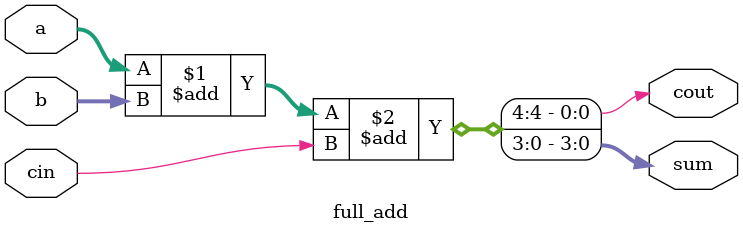
<source format=v>
`timescale 1ns / 1ps

module full_add#(parameter WIDETH = 4)
(
    input              [WIDETH - 1:0]   a                          ,
    input              [WIDETH - 1:0]   b                          ,
    input                               cin                        ,
    output             [WIDETH - 1:0]   sum                        ,
    output                              cout                        
);
    assign             {cout,sum}     = a + b + cin;
                                                                   
endmodule
</source>
